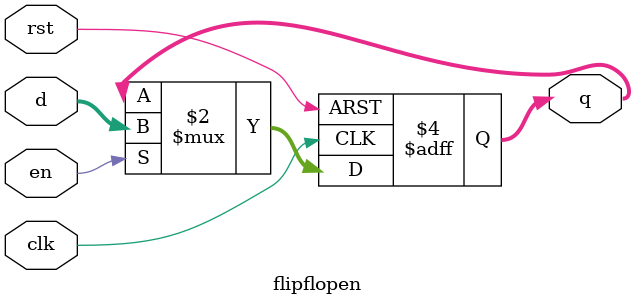
<source format=v>


module mux2(input[31:0]   a,
            input[31:0]   b,
            input         sel,
            output[31:0]  y);

assign y = sel ? b : a;

endmodule

module mux3(input[31:0]   a,
            input[31:0]   b,
            input[31:0]   c,
            input[ 1:0]   sel,
            output[31:0]  y);

assign y = sel[1] ? c : (sel[0] ? b : a);

endmodule

module mux4(input[31:0]   a,
            input[31:0]   b,
            input[31:0]   c,
            input[31:0]   d,
            input[ 1:0]   sel,
            output[31:0]  y);

assign y = sel[1] ? (sel[0] ? d : c) : (sel[0] ? b : a);

endmodule

// Flip Flops

module flipflop(input            clk, rst,
                input[31:0]      d,
                output reg[31:0] q);

always @(posedge clk or posedge rst) begin
    if (rst) q <= 0;
    else     q <= d;
end

endmodule

module flipflopen(input            clk, rst, en,
                 input[31:0]      d,
                 output reg[31:0] q);

always @(posedge clk or posedge rst) begin
    if (rst)        q <= 0;
    else if (en)    q <= d;
end

endmodule

</source>
